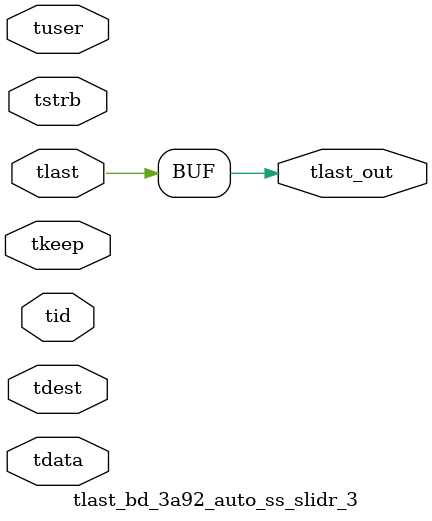
<source format=v>


`timescale 1ps/1ps

module tlast_bd_3a92_auto_ss_slidr_3 #
(
parameter C_S_AXIS_TID_WIDTH   = 1,
parameter C_S_AXIS_TUSER_WIDTH = 0,
parameter C_S_AXIS_TDATA_WIDTH = 0,
parameter C_S_AXIS_TDEST_WIDTH = 0
)
(
input  [(C_S_AXIS_TID_WIDTH   == 0 ? 1 : C_S_AXIS_TID_WIDTH)-1:0       ] tid,
input  [(C_S_AXIS_TDATA_WIDTH == 0 ? 1 : C_S_AXIS_TDATA_WIDTH)-1:0     ] tdata,
input  [(C_S_AXIS_TUSER_WIDTH == 0 ? 1 : C_S_AXIS_TUSER_WIDTH)-1:0     ] tuser,
input  [(C_S_AXIS_TDEST_WIDTH == 0 ? 1 : C_S_AXIS_TDEST_WIDTH)-1:0     ] tdest,
input  [(C_S_AXIS_TDATA_WIDTH/8)-1:0 ] tkeep,
input  [(C_S_AXIS_TDATA_WIDTH/8)-1:0 ] tstrb,
input  [0:0]                                                             tlast,
output                                                                   tlast_out
);

assign tlast_out = {tlast};

endmodule


</source>
